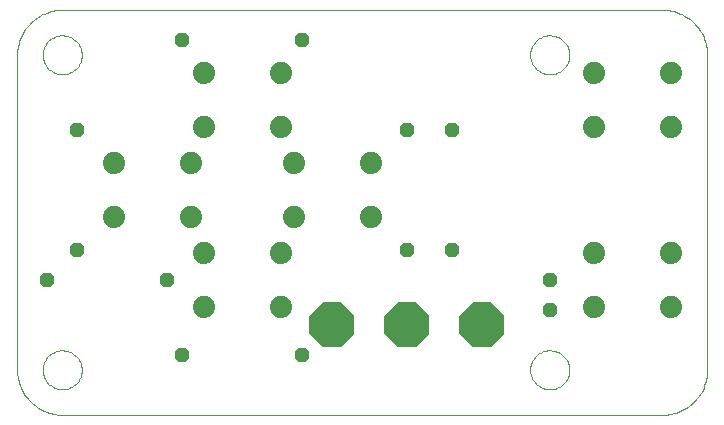
<source format=gtl>
G75*
G70*
%OFA0B0*%
%FSLAX24Y24*%
%IPPOS*%
%LPD*%
%AMOC8*
5,1,8,0,0,1.08239X$1,22.5*
%
%ADD10C,0.0000*%
%ADD11C,0.0740*%
%ADD12OC8,0.0480*%
%ADD13OC8,0.1500*%
D10*
X001607Y000107D02*
X021607Y000107D01*
X021683Y000109D01*
X021759Y000115D01*
X021834Y000124D01*
X021909Y000138D01*
X021983Y000155D01*
X022056Y000176D01*
X022128Y000200D01*
X022199Y000229D01*
X022268Y000260D01*
X022335Y000295D01*
X022400Y000334D01*
X022464Y000376D01*
X022525Y000421D01*
X022584Y000469D01*
X022640Y000520D01*
X022694Y000574D01*
X022745Y000630D01*
X022793Y000689D01*
X022838Y000750D01*
X022880Y000814D01*
X022919Y000879D01*
X022954Y000946D01*
X022985Y001015D01*
X023014Y001086D01*
X023038Y001158D01*
X023059Y001231D01*
X023076Y001305D01*
X023090Y001380D01*
X023099Y001455D01*
X023105Y001531D01*
X023107Y001607D01*
X023107Y012107D01*
X023105Y012183D01*
X023099Y012259D01*
X023090Y012334D01*
X023076Y012409D01*
X023059Y012483D01*
X023038Y012556D01*
X023014Y012628D01*
X022985Y012699D01*
X022954Y012768D01*
X022919Y012835D01*
X022880Y012900D01*
X022838Y012964D01*
X022793Y013025D01*
X022745Y013084D01*
X022694Y013140D01*
X022640Y013194D01*
X022584Y013245D01*
X022525Y013293D01*
X022464Y013338D01*
X022400Y013380D01*
X022335Y013419D01*
X022268Y013454D01*
X022199Y013485D01*
X022128Y013514D01*
X022056Y013538D01*
X021983Y013559D01*
X021909Y013576D01*
X021834Y013590D01*
X021759Y013599D01*
X021683Y013605D01*
X021607Y013607D01*
X001607Y013607D01*
X000957Y012107D02*
X000959Y012157D01*
X000965Y012207D01*
X000975Y012257D01*
X000988Y012305D01*
X001005Y012353D01*
X001026Y012399D01*
X001050Y012443D01*
X001078Y012485D01*
X001109Y012525D01*
X001143Y012562D01*
X001180Y012597D01*
X001219Y012628D01*
X001260Y012657D01*
X001304Y012682D01*
X001350Y012704D01*
X001397Y012722D01*
X001445Y012736D01*
X001494Y012747D01*
X001544Y012754D01*
X001594Y012757D01*
X001645Y012756D01*
X001695Y012751D01*
X001745Y012742D01*
X001793Y012730D01*
X001841Y012713D01*
X001887Y012693D01*
X001932Y012670D01*
X001975Y012643D01*
X002015Y012613D01*
X002053Y012580D01*
X002088Y012544D01*
X002121Y012505D01*
X002150Y012464D01*
X002176Y012421D01*
X002199Y012376D01*
X002218Y012329D01*
X002233Y012281D01*
X002245Y012232D01*
X002253Y012182D01*
X002257Y012132D01*
X002257Y012082D01*
X002253Y012032D01*
X002245Y011982D01*
X002233Y011933D01*
X002218Y011885D01*
X002199Y011838D01*
X002176Y011793D01*
X002150Y011750D01*
X002121Y011709D01*
X002088Y011670D01*
X002053Y011634D01*
X002015Y011601D01*
X001975Y011571D01*
X001932Y011544D01*
X001887Y011521D01*
X001841Y011501D01*
X001793Y011484D01*
X001745Y011472D01*
X001695Y011463D01*
X001645Y011458D01*
X001594Y011457D01*
X001544Y011460D01*
X001494Y011467D01*
X001445Y011478D01*
X001397Y011492D01*
X001350Y011510D01*
X001304Y011532D01*
X001260Y011557D01*
X001219Y011586D01*
X001180Y011617D01*
X001143Y011652D01*
X001109Y011689D01*
X001078Y011729D01*
X001050Y011771D01*
X001026Y011815D01*
X001005Y011861D01*
X000988Y011909D01*
X000975Y011957D01*
X000965Y012007D01*
X000959Y012057D01*
X000957Y012107D01*
X000107Y012107D02*
X000109Y012183D01*
X000115Y012259D01*
X000124Y012334D01*
X000138Y012409D01*
X000155Y012483D01*
X000176Y012556D01*
X000200Y012628D01*
X000229Y012699D01*
X000260Y012768D01*
X000295Y012835D01*
X000334Y012900D01*
X000376Y012964D01*
X000421Y013025D01*
X000469Y013084D01*
X000520Y013140D01*
X000574Y013194D01*
X000630Y013245D01*
X000689Y013293D01*
X000750Y013338D01*
X000814Y013380D01*
X000879Y013419D01*
X000946Y013454D01*
X001015Y013485D01*
X001086Y013514D01*
X001158Y013538D01*
X001231Y013559D01*
X001305Y013576D01*
X001380Y013590D01*
X001455Y013599D01*
X001531Y013605D01*
X001607Y013607D01*
X000107Y012107D02*
X000107Y001607D01*
X000957Y001607D02*
X000959Y001657D01*
X000965Y001707D01*
X000975Y001757D01*
X000988Y001805D01*
X001005Y001853D01*
X001026Y001899D01*
X001050Y001943D01*
X001078Y001985D01*
X001109Y002025D01*
X001143Y002062D01*
X001180Y002097D01*
X001219Y002128D01*
X001260Y002157D01*
X001304Y002182D01*
X001350Y002204D01*
X001397Y002222D01*
X001445Y002236D01*
X001494Y002247D01*
X001544Y002254D01*
X001594Y002257D01*
X001645Y002256D01*
X001695Y002251D01*
X001745Y002242D01*
X001793Y002230D01*
X001841Y002213D01*
X001887Y002193D01*
X001932Y002170D01*
X001975Y002143D01*
X002015Y002113D01*
X002053Y002080D01*
X002088Y002044D01*
X002121Y002005D01*
X002150Y001964D01*
X002176Y001921D01*
X002199Y001876D01*
X002218Y001829D01*
X002233Y001781D01*
X002245Y001732D01*
X002253Y001682D01*
X002257Y001632D01*
X002257Y001582D01*
X002253Y001532D01*
X002245Y001482D01*
X002233Y001433D01*
X002218Y001385D01*
X002199Y001338D01*
X002176Y001293D01*
X002150Y001250D01*
X002121Y001209D01*
X002088Y001170D01*
X002053Y001134D01*
X002015Y001101D01*
X001975Y001071D01*
X001932Y001044D01*
X001887Y001021D01*
X001841Y001001D01*
X001793Y000984D01*
X001745Y000972D01*
X001695Y000963D01*
X001645Y000958D01*
X001594Y000957D01*
X001544Y000960D01*
X001494Y000967D01*
X001445Y000978D01*
X001397Y000992D01*
X001350Y001010D01*
X001304Y001032D01*
X001260Y001057D01*
X001219Y001086D01*
X001180Y001117D01*
X001143Y001152D01*
X001109Y001189D01*
X001078Y001229D01*
X001050Y001271D01*
X001026Y001315D01*
X001005Y001361D01*
X000988Y001409D01*
X000975Y001457D01*
X000965Y001507D01*
X000959Y001557D01*
X000957Y001607D01*
X000107Y001607D02*
X000109Y001531D01*
X000115Y001455D01*
X000124Y001380D01*
X000138Y001305D01*
X000155Y001231D01*
X000176Y001158D01*
X000200Y001086D01*
X000229Y001015D01*
X000260Y000946D01*
X000295Y000879D01*
X000334Y000814D01*
X000376Y000750D01*
X000421Y000689D01*
X000469Y000630D01*
X000520Y000574D01*
X000574Y000520D01*
X000630Y000469D01*
X000689Y000421D01*
X000750Y000376D01*
X000814Y000334D01*
X000879Y000295D01*
X000946Y000260D01*
X001015Y000229D01*
X001086Y000200D01*
X001158Y000176D01*
X001231Y000155D01*
X001305Y000138D01*
X001380Y000124D01*
X001455Y000115D01*
X001531Y000109D01*
X001607Y000107D01*
X017207Y001607D02*
X017209Y001657D01*
X017215Y001707D01*
X017225Y001757D01*
X017238Y001805D01*
X017255Y001853D01*
X017276Y001899D01*
X017300Y001943D01*
X017328Y001985D01*
X017359Y002025D01*
X017393Y002062D01*
X017430Y002097D01*
X017469Y002128D01*
X017510Y002157D01*
X017554Y002182D01*
X017600Y002204D01*
X017647Y002222D01*
X017695Y002236D01*
X017744Y002247D01*
X017794Y002254D01*
X017844Y002257D01*
X017895Y002256D01*
X017945Y002251D01*
X017995Y002242D01*
X018043Y002230D01*
X018091Y002213D01*
X018137Y002193D01*
X018182Y002170D01*
X018225Y002143D01*
X018265Y002113D01*
X018303Y002080D01*
X018338Y002044D01*
X018371Y002005D01*
X018400Y001964D01*
X018426Y001921D01*
X018449Y001876D01*
X018468Y001829D01*
X018483Y001781D01*
X018495Y001732D01*
X018503Y001682D01*
X018507Y001632D01*
X018507Y001582D01*
X018503Y001532D01*
X018495Y001482D01*
X018483Y001433D01*
X018468Y001385D01*
X018449Y001338D01*
X018426Y001293D01*
X018400Y001250D01*
X018371Y001209D01*
X018338Y001170D01*
X018303Y001134D01*
X018265Y001101D01*
X018225Y001071D01*
X018182Y001044D01*
X018137Y001021D01*
X018091Y001001D01*
X018043Y000984D01*
X017995Y000972D01*
X017945Y000963D01*
X017895Y000958D01*
X017844Y000957D01*
X017794Y000960D01*
X017744Y000967D01*
X017695Y000978D01*
X017647Y000992D01*
X017600Y001010D01*
X017554Y001032D01*
X017510Y001057D01*
X017469Y001086D01*
X017430Y001117D01*
X017393Y001152D01*
X017359Y001189D01*
X017328Y001229D01*
X017300Y001271D01*
X017276Y001315D01*
X017255Y001361D01*
X017238Y001409D01*
X017225Y001457D01*
X017215Y001507D01*
X017209Y001557D01*
X017207Y001607D01*
X017207Y012107D02*
X017209Y012157D01*
X017215Y012207D01*
X017225Y012257D01*
X017238Y012305D01*
X017255Y012353D01*
X017276Y012399D01*
X017300Y012443D01*
X017328Y012485D01*
X017359Y012525D01*
X017393Y012562D01*
X017430Y012597D01*
X017469Y012628D01*
X017510Y012657D01*
X017554Y012682D01*
X017600Y012704D01*
X017647Y012722D01*
X017695Y012736D01*
X017744Y012747D01*
X017794Y012754D01*
X017844Y012757D01*
X017895Y012756D01*
X017945Y012751D01*
X017995Y012742D01*
X018043Y012730D01*
X018091Y012713D01*
X018137Y012693D01*
X018182Y012670D01*
X018225Y012643D01*
X018265Y012613D01*
X018303Y012580D01*
X018338Y012544D01*
X018371Y012505D01*
X018400Y012464D01*
X018426Y012421D01*
X018449Y012376D01*
X018468Y012329D01*
X018483Y012281D01*
X018495Y012232D01*
X018503Y012182D01*
X018507Y012132D01*
X018507Y012082D01*
X018503Y012032D01*
X018495Y011982D01*
X018483Y011933D01*
X018468Y011885D01*
X018449Y011838D01*
X018426Y011793D01*
X018400Y011750D01*
X018371Y011709D01*
X018338Y011670D01*
X018303Y011634D01*
X018265Y011601D01*
X018225Y011571D01*
X018182Y011544D01*
X018137Y011521D01*
X018091Y011501D01*
X018043Y011484D01*
X017995Y011472D01*
X017945Y011463D01*
X017895Y011458D01*
X017844Y011457D01*
X017794Y011460D01*
X017744Y011467D01*
X017695Y011478D01*
X017647Y011492D01*
X017600Y011510D01*
X017554Y011532D01*
X017510Y011557D01*
X017469Y011586D01*
X017430Y011617D01*
X017393Y011652D01*
X017359Y011689D01*
X017328Y011729D01*
X017300Y011771D01*
X017276Y011815D01*
X017255Y011861D01*
X017238Y011909D01*
X017225Y011957D01*
X017215Y012007D01*
X017209Y012057D01*
X017207Y012107D01*
D11*
X019327Y011497D03*
X021887Y011497D03*
X021887Y009717D03*
X019327Y009717D03*
X019327Y005497D03*
X021887Y005497D03*
X021887Y003717D03*
X019327Y003717D03*
X011887Y006717D03*
X009327Y006717D03*
X008887Y005497D03*
X006327Y005497D03*
X005887Y006717D03*
X003327Y006717D03*
X003327Y008497D03*
X005887Y008497D03*
X006327Y009717D03*
X008887Y009717D03*
X009327Y008497D03*
X011887Y008497D03*
X008887Y011497D03*
X006327Y011497D03*
X006327Y003717D03*
X008887Y003717D03*
D12*
X009607Y002107D03*
X005607Y002107D03*
X005107Y004607D03*
X002107Y005607D03*
X001107Y004607D03*
X002107Y009607D03*
X005607Y012607D03*
X009607Y012607D03*
X013107Y009607D03*
X014607Y009607D03*
X014607Y005607D03*
X013107Y005607D03*
X017857Y004607D03*
X017857Y003607D03*
D13*
X015607Y003107D03*
X013107Y003107D03*
X010607Y003107D03*
M02*

</source>
